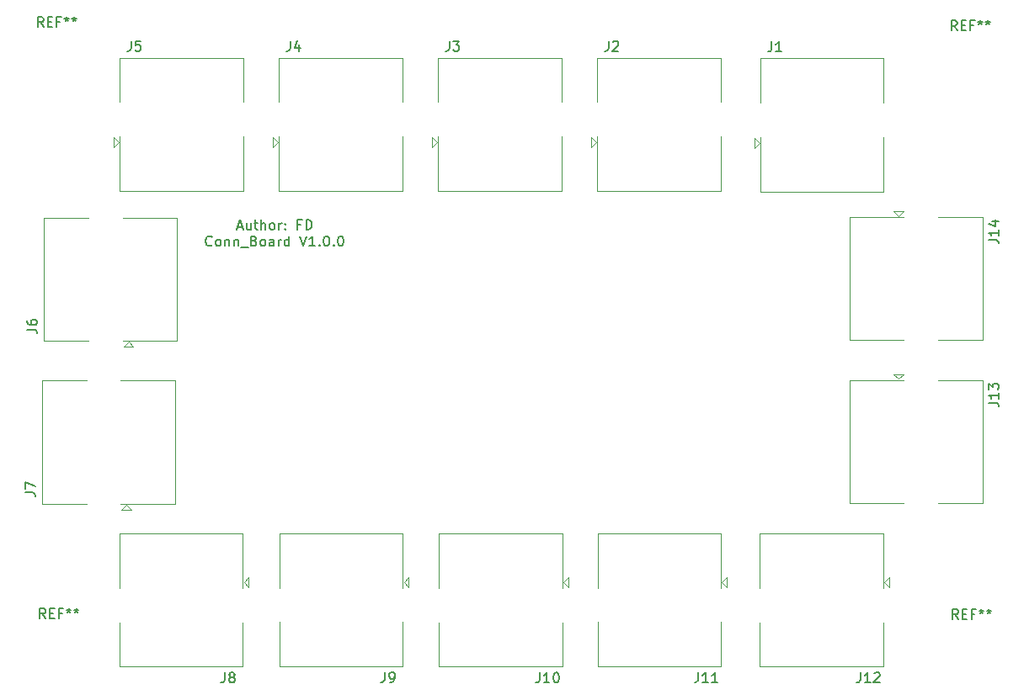
<source format=gto>
G04 #@! TF.GenerationSoftware,KiCad,Pcbnew,5.1.10-88a1d61d58~90~ubuntu20.04.1*
G04 #@! TF.CreationDate,2021-11-04T14:27:27-04:00*
G04 #@! TF.ProjectId,OMC_CONNECTION_BOARD,4f4d435f-434f-44e4-9e45-4354494f4e5f,rev?*
G04 #@! TF.SameCoordinates,Original*
G04 #@! TF.FileFunction,Legend,Top*
G04 #@! TF.FilePolarity,Positive*
%FSLAX46Y46*%
G04 Gerber Fmt 4.6, Leading zero omitted, Abs format (unit mm)*
G04 Created by KiCad (PCBNEW 5.1.10-88a1d61d58~90~ubuntu20.04.1) date 2021-11-04 14:27:27*
%MOMM*%
%LPD*%
G01*
G04 APERTURE LIST*
%ADD10C,0.150000*%
%ADD11C,0.120000*%
%ADD12C,1.500000*%
%ADD13C,2.300000*%
%ADD14R,1.500000X1.500000*%
%ADD15C,3.200000*%
G04 APERTURE END LIST*
D10*
X142961904Y-62511666D02*
X143438095Y-62511666D01*
X142866666Y-62797380D02*
X143200000Y-61797380D01*
X143533333Y-62797380D01*
X144295238Y-62130714D02*
X144295238Y-62797380D01*
X143866666Y-62130714D02*
X143866666Y-62654523D01*
X143914285Y-62749761D01*
X144009523Y-62797380D01*
X144152380Y-62797380D01*
X144247619Y-62749761D01*
X144295238Y-62702142D01*
X144628571Y-62130714D02*
X145009523Y-62130714D01*
X144771428Y-61797380D02*
X144771428Y-62654523D01*
X144819047Y-62749761D01*
X144914285Y-62797380D01*
X145009523Y-62797380D01*
X145342857Y-62797380D02*
X145342857Y-61797380D01*
X145771428Y-62797380D02*
X145771428Y-62273571D01*
X145723809Y-62178333D01*
X145628571Y-62130714D01*
X145485714Y-62130714D01*
X145390476Y-62178333D01*
X145342857Y-62225952D01*
X146390476Y-62797380D02*
X146295238Y-62749761D01*
X146247619Y-62702142D01*
X146200000Y-62606904D01*
X146200000Y-62321190D01*
X146247619Y-62225952D01*
X146295238Y-62178333D01*
X146390476Y-62130714D01*
X146533333Y-62130714D01*
X146628571Y-62178333D01*
X146676190Y-62225952D01*
X146723809Y-62321190D01*
X146723809Y-62606904D01*
X146676190Y-62702142D01*
X146628571Y-62749761D01*
X146533333Y-62797380D01*
X146390476Y-62797380D01*
X147152380Y-62797380D02*
X147152380Y-62130714D01*
X147152380Y-62321190D02*
X147200000Y-62225952D01*
X147247619Y-62178333D01*
X147342857Y-62130714D01*
X147438095Y-62130714D01*
X147771428Y-62702142D02*
X147819047Y-62749761D01*
X147771428Y-62797380D01*
X147723809Y-62749761D01*
X147771428Y-62702142D01*
X147771428Y-62797380D01*
X147771428Y-62178333D02*
X147819047Y-62225952D01*
X147771428Y-62273571D01*
X147723809Y-62225952D01*
X147771428Y-62178333D01*
X147771428Y-62273571D01*
X149342857Y-62273571D02*
X149009523Y-62273571D01*
X149009523Y-62797380D02*
X149009523Y-61797380D01*
X149485714Y-61797380D01*
X149866666Y-62797380D02*
X149866666Y-61797380D01*
X150104761Y-61797380D01*
X150247619Y-61845000D01*
X150342857Y-61940238D01*
X150390476Y-62035476D01*
X150438095Y-62225952D01*
X150438095Y-62368809D01*
X150390476Y-62559285D01*
X150342857Y-62654523D01*
X150247619Y-62749761D01*
X150104761Y-62797380D01*
X149866666Y-62797380D01*
X140390476Y-64352142D02*
X140342857Y-64399761D01*
X140200000Y-64447380D01*
X140104761Y-64447380D01*
X139961904Y-64399761D01*
X139866666Y-64304523D01*
X139819047Y-64209285D01*
X139771428Y-64018809D01*
X139771428Y-63875952D01*
X139819047Y-63685476D01*
X139866666Y-63590238D01*
X139961904Y-63495000D01*
X140104761Y-63447380D01*
X140200000Y-63447380D01*
X140342857Y-63495000D01*
X140390476Y-63542619D01*
X140961904Y-64447380D02*
X140866666Y-64399761D01*
X140819047Y-64352142D01*
X140771428Y-64256904D01*
X140771428Y-63971190D01*
X140819047Y-63875952D01*
X140866666Y-63828333D01*
X140961904Y-63780714D01*
X141104761Y-63780714D01*
X141200000Y-63828333D01*
X141247619Y-63875952D01*
X141295238Y-63971190D01*
X141295238Y-64256904D01*
X141247619Y-64352142D01*
X141200000Y-64399761D01*
X141104761Y-64447380D01*
X140961904Y-64447380D01*
X141723809Y-63780714D02*
X141723809Y-64447380D01*
X141723809Y-63875952D02*
X141771428Y-63828333D01*
X141866666Y-63780714D01*
X142009523Y-63780714D01*
X142104761Y-63828333D01*
X142152380Y-63923571D01*
X142152380Y-64447380D01*
X142628571Y-63780714D02*
X142628571Y-64447380D01*
X142628571Y-63875952D02*
X142676190Y-63828333D01*
X142771428Y-63780714D01*
X142914285Y-63780714D01*
X143009523Y-63828333D01*
X143057142Y-63923571D01*
X143057142Y-64447380D01*
X143295238Y-64542619D02*
X144057142Y-64542619D01*
X144628571Y-63923571D02*
X144771428Y-63971190D01*
X144819047Y-64018809D01*
X144866666Y-64114047D01*
X144866666Y-64256904D01*
X144819047Y-64352142D01*
X144771428Y-64399761D01*
X144676190Y-64447380D01*
X144295238Y-64447380D01*
X144295238Y-63447380D01*
X144628571Y-63447380D01*
X144723809Y-63495000D01*
X144771428Y-63542619D01*
X144819047Y-63637857D01*
X144819047Y-63733095D01*
X144771428Y-63828333D01*
X144723809Y-63875952D01*
X144628571Y-63923571D01*
X144295238Y-63923571D01*
X145438095Y-64447380D02*
X145342857Y-64399761D01*
X145295238Y-64352142D01*
X145247619Y-64256904D01*
X145247619Y-63971190D01*
X145295238Y-63875952D01*
X145342857Y-63828333D01*
X145438095Y-63780714D01*
X145580952Y-63780714D01*
X145676190Y-63828333D01*
X145723809Y-63875952D01*
X145771428Y-63971190D01*
X145771428Y-64256904D01*
X145723809Y-64352142D01*
X145676190Y-64399761D01*
X145580952Y-64447380D01*
X145438095Y-64447380D01*
X146628571Y-64447380D02*
X146628571Y-63923571D01*
X146580952Y-63828333D01*
X146485714Y-63780714D01*
X146295238Y-63780714D01*
X146200000Y-63828333D01*
X146628571Y-64399761D02*
X146533333Y-64447380D01*
X146295238Y-64447380D01*
X146200000Y-64399761D01*
X146152380Y-64304523D01*
X146152380Y-64209285D01*
X146200000Y-64114047D01*
X146295238Y-64066428D01*
X146533333Y-64066428D01*
X146628571Y-64018809D01*
X147104761Y-64447380D02*
X147104761Y-63780714D01*
X147104761Y-63971190D02*
X147152380Y-63875952D01*
X147200000Y-63828333D01*
X147295238Y-63780714D01*
X147390476Y-63780714D01*
X148152380Y-64447380D02*
X148152380Y-63447380D01*
X148152380Y-64399761D02*
X148057142Y-64447380D01*
X147866666Y-64447380D01*
X147771428Y-64399761D01*
X147723809Y-64352142D01*
X147676190Y-64256904D01*
X147676190Y-63971190D01*
X147723809Y-63875952D01*
X147771428Y-63828333D01*
X147866666Y-63780714D01*
X148057142Y-63780714D01*
X148152380Y-63828333D01*
X149247619Y-63447380D02*
X149580952Y-64447380D01*
X149914285Y-63447380D01*
X150771428Y-64447380D02*
X150200000Y-64447380D01*
X150485714Y-64447380D02*
X150485714Y-63447380D01*
X150390476Y-63590238D01*
X150295238Y-63685476D01*
X150200000Y-63733095D01*
X151200000Y-64352142D02*
X151247619Y-64399761D01*
X151200000Y-64447380D01*
X151152380Y-64399761D01*
X151200000Y-64352142D01*
X151200000Y-64447380D01*
X151866666Y-63447380D02*
X151961904Y-63447380D01*
X152057142Y-63495000D01*
X152104761Y-63542619D01*
X152152380Y-63637857D01*
X152200000Y-63828333D01*
X152200000Y-64066428D01*
X152152380Y-64256904D01*
X152104761Y-64352142D01*
X152057142Y-64399761D01*
X151961904Y-64447380D01*
X151866666Y-64447380D01*
X151771428Y-64399761D01*
X151723809Y-64352142D01*
X151676190Y-64256904D01*
X151628571Y-64066428D01*
X151628571Y-63828333D01*
X151676190Y-63637857D01*
X151723809Y-63542619D01*
X151771428Y-63495000D01*
X151866666Y-63447380D01*
X152628571Y-64352142D02*
X152676190Y-64399761D01*
X152628571Y-64447380D01*
X152580952Y-64399761D01*
X152628571Y-64352142D01*
X152628571Y-64447380D01*
X153295238Y-63447380D02*
X153390476Y-63447380D01*
X153485714Y-63495000D01*
X153533333Y-63542619D01*
X153580952Y-63637857D01*
X153628571Y-63828333D01*
X153628571Y-64066428D01*
X153580952Y-64256904D01*
X153533333Y-64352142D01*
X153485714Y-64399761D01*
X153390476Y-64447380D01*
X153295238Y-64447380D01*
X153200000Y-64399761D01*
X153152380Y-64352142D01*
X153104761Y-64256904D01*
X153057142Y-64066428D01*
X153057142Y-63828333D01*
X153104761Y-63637857D01*
X153152380Y-63542619D01*
X153200000Y-63495000D01*
X153295238Y-63447380D01*
D11*
X146520000Y-54500000D02*
X146520000Y-53500000D01*
X147020000Y-54000000D02*
X146520000Y-54500000D01*
X146520000Y-53500000D02*
X147020000Y-54000000D01*
X159530000Y-53430000D02*
X159530000Y-58900000D01*
X159530000Y-45500000D02*
X159530000Y-49970000D01*
X147130000Y-45500000D02*
X159530000Y-45500000D01*
X147130000Y-45500000D02*
X147130000Y-49970000D01*
X147130000Y-58900000D02*
X147130000Y-53430000D01*
X159530000Y-58900000D02*
X147130000Y-58900000D01*
X208900000Y-77320000D02*
X209900000Y-77320000D01*
X209400000Y-77820000D02*
X208900000Y-77320000D01*
X209900000Y-77320000D02*
X209400000Y-77820000D01*
X209970000Y-90330000D02*
X204500000Y-90330000D01*
X217900000Y-90330000D02*
X213430000Y-90330000D01*
X217900000Y-77930000D02*
X217900000Y-90330000D01*
X217900000Y-77930000D02*
X213430000Y-77930000D01*
X204500000Y-77930000D02*
X209970000Y-77930000D01*
X204500000Y-90330000D02*
X204500000Y-77930000D01*
X131090000Y-93380000D02*
X143490000Y-93380000D01*
X143490000Y-93380000D02*
X143490000Y-98850000D01*
X143490000Y-106780000D02*
X143490000Y-102310000D01*
X143490000Y-106780000D02*
X131090000Y-106780000D01*
X131090000Y-106780000D02*
X131090000Y-102310000D01*
X131090000Y-98850000D02*
X131090000Y-93380000D01*
X144100000Y-98780000D02*
X143600000Y-98280000D01*
X143600000Y-98280000D02*
X144100000Y-97780000D01*
X144100000Y-97780000D02*
X144100000Y-98780000D01*
X207930000Y-58950000D02*
X195530000Y-58950000D01*
X195530000Y-58950000D02*
X195530000Y-53480000D01*
X195530000Y-45550000D02*
X195530000Y-50020000D01*
X195530000Y-45550000D02*
X207930000Y-45550000D01*
X207930000Y-45550000D02*
X207930000Y-50020000D01*
X207930000Y-53480000D02*
X207930000Y-58950000D01*
X194920000Y-53550000D02*
X195420000Y-54050000D01*
X195420000Y-54050000D02*
X194920000Y-54550000D01*
X194920000Y-54550000D02*
X194920000Y-53550000D01*
X178520000Y-54500000D02*
X178520000Y-53500000D01*
X179020000Y-54000000D02*
X178520000Y-54500000D01*
X178520000Y-53500000D02*
X179020000Y-54000000D01*
X191530000Y-53430000D02*
X191530000Y-58900000D01*
X191530000Y-45500000D02*
X191530000Y-49970000D01*
X179130000Y-45500000D02*
X191530000Y-45500000D01*
X179130000Y-45500000D02*
X179130000Y-49970000D01*
X179130000Y-58900000D02*
X179130000Y-53430000D01*
X191530000Y-58900000D02*
X179130000Y-58900000D01*
X175530000Y-58900000D02*
X163130000Y-58900000D01*
X163130000Y-58900000D02*
X163130000Y-53430000D01*
X163130000Y-45500000D02*
X163130000Y-49970000D01*
X163130000Y-45500000D02*
X175530000Y-45500000D01*
X175530000Y-45500000D02*
X175530000Y-49970000D01*
X175530000Y-53430000D02*
X175530000Y-58900000D01*
X162520000Y-53500000D02*
X163020000Y-54000000D01*
X163020000Y-54000000D02*
X162520000Y-54500000D01*
X162520000Y-54500000D02*
X162520000Y-53500000D01*
X143530000Y-58900000D02*
X131130000Y-58900000D01*
X131130000Y-58900000D02*
X131130000Y-53430000D01*
X131130000Y-45500000D02*
X131130000Y-49970000D01*
X131130000Y-45500000D02*
X143530000Y-45500000D01*
X143530000Y-45500000D02*
X143530000Y-49970000D01*
X143530000Y-53430000D02*
X143530000Y-58900000D01*
X130520000Y-53500000D02*
X131020000Y-54000000D01*
X131020000Y-54000000D02*
X130520000Y-54500000D01*
X130520000Y-54500000D02*
X130520000Y-53500000D01*
X132500000Y-74580000D02*
X131500000Y-74580000D01*
X132000000Y-74080000D02*
X132500000Y-74580000D01*
X131500000Y-74580000D02*
X132000000Y-74080000D01*
X131430000Y-61570000D02*
X136900000Y-61570000D01*
X123500000Y-61570000D02*
X127970000Y-61570000D01*
X123500000Y-73970000D02*
X123500000Y-61570000D01*
X123500000Y-73970000D02*
X127970000Y-73970000D01*
X136900000Y-73970000D02*
X131430000Y-73970000D01*
X136900000Y-61570000D02*
X136900000Y-73970000D01*
X132300000Y-90980000D02*
X131300000Y-90980000D01*
X131800000Y-90480000D02*
X132300000Y-90980000D01*
X131300000Y-90980000D02*
X131800000Y-90480000D01*
X131230000Y-77970000D02*
X136700000Y-77970000D01*
X123300000Y-77970000D02*
X127770000Y-77970000D01*
X123300000Y-90370000D02*
X123300000Y-77970000D01*
X123300000Y-90370000D02*
X127770000Y-90370000D01*
X136700000Y-90370000D02*
X131230000Y-90370000D01*
X136700000Y-77970000D02*
X136700000Y-90370000D01*
X160190000Y-97760000D02*
X160190000Y-98760000D01*
X159690000Y-98260000D02*
X160190000Y-97760000D01*
X160190000Y-98760000D02*
X159690000Y-98260000D01*
X147180000Y-98830000D02*
X147180000Y-93360000D01*
X147180000Y-106760000D02*
X147180000Y-102290000D01*
X159580000Y-106760000D02*
X147180000Y-106760000D01*
X159580000Y-106760000D02*
X159580000Y-102290000D01*
X159580000Y-93360000D02*
X159580000Y-98830000D01*
X147180000Y-93360000D02*
X159580000Y-93360000D01*
X163210000Y-93380000D02*
X175610000Y-93380000D01*
X175610000Y-93380000D02*
X175610000Y-98850000D01*
X175610000Y-106780000D02*
X175610000Y-102310000D01*
X175610000Y-106780000D02*
X163210000Y-106780000D01*
X163210000Y-106780000D02*
X163210000Y-102310000D01*
X163210000Y-98850000D02*
X163210000Y-93380000D01*
X176220000Y-98780000D02*
X175720000Y-98280000D01*
X175720000Y-98280000D02*
X176220000Y-97780000D01*
X176220000Y-97780000D02*
X176220000Y-98780000D01*
X192180000Y-97760000D02*
X192180000Y-98760000D01*
X191680000Y-98260000D02*
X192180000Y-97760000D01*
X192180000Y-98760000D02*
X191680000Y-98260000D01*
X179170000Y-98830000D02*
X179170000Y-93360000D01*
X179170000Y-106760000D02*
X179170000Y-102290000D01*
X191570000Y-106760000D02*
X179170000Y-106760000D01*
X191570000Y-106760000D02*
X191570000Y-102290000D01*
X191570000Y-93360000D02*
X191570000Y-98830000D01*
X179170000Y-93360000D02*
X191570000Y-93360000D01*
X195470000Y-93370000D02*
X207870000Y-93370000D01*
X207870000Y-93370000D02*
X207870000Y-98840000D01*
X207870000Y-106770000D02*
X207870000Y-102300000D01*
X207870000Y-106770000D02*
X195470000Y-106770000D01*
X195470000Y-106770000D02*
X195470000Y-102300000D01*
X195470000Y-98840000D02*
X195470000Y-93370000D01*
X208480000Y-98770000D02*
X207980000Y-98270000D01*
X207980000Y-98270000D02*
X208480000Y-97770000D01*
X208480000Y-97770000D02*
X208480000Y-98770000D01*
X204500000Y-73930000D02*
X204500000Y-61530000D01*
X204500000Y-61530000D02*
X209970000Y-61530000D01*
X217900000Y-61530000D02*
X213430000Y-61530000D01*
X217900000Y-61530000D02*
X217900000Y-73930000D01*
X217900000Y-73930000D02*
X213430000Y-73930000D01*
X209970000Y-73930000D02*
X204500000Y-73930000D01*
X209900000Y-60920000D02*
X209400000Y-61420000D01*
X209400000Y-61420000D02*
X208900000Y-60920000D01*
X208900000Y-60920000D02*
X209900000Y-60920000D01*
D10*
X148266666Y-43812380D02*
X148266666Y-44526666D01*
X148219047Y-44669523D01*
X148123809Y-44764761D01*
X147980952Y-44812380D01*
X147885714Y-44812380D01*
X149171428Y-44145714D02*
X149171428Y-44812380D01*
X148933333Y-43764761D02*
X148695238Y-44479047D01*
X149314285Y-44479047D01*
X218492380Y-80209523D02*
X219206666Y-80209523D01*
X219349523Y-80257142D01*
X219444761Y-80352380D01*
X219492380Y-80495238D01*
X219492380Y-80590476D01*
X219492380Y-79209523D02*
X219492380Y-79780952D01*
X219492380Y-79495238D02*
X218492380Y-79495238D01*
X218635238Y-79590476D01*
X218730476Y-79685714D01*
X218778095Y-79780952D01*
X218492380Y-78876190D02*
X218492380Y-78257142D01*
X218873333Y-78590476D01*
X218873333Y-78447619D01*
X218920952Y-78352380D01*
X218968571Y-78304761D01*
X219063809Y-78257142D01*
X219301904Y-78257142D01*
X219397142Y-78304761D01*
X219444761Y-78352380D01*
X219492380Y-78447619D01*
X219492380Y-78733333D01*
X219444761Y-78828571D01*
X219397142Y-78876190D01*
X215416666Y-102002380D02*
X215083333Y-101526190D01*
X214845238Y-102002380D02*
X214845238Y-101002380D01*
X215226190Y-101002380D01*
X215321428Y-101050000D01*
X215369047Y-101097619D01*
X215416666Y-101192857D01*
X215416666Y-101335714D01*
X215369047Y-101430952D01*
X215321428Y-101478571D01*
X215226190Y-101526190D01*
X214845238Y-101526190D01*
X215845238Y-101478571D02*
X216178571Y-101478571D01*
X216321428Y-102002380D02*
X215845238Y-102002380D01*
X215845238Y-101002380D01*
X216321428Y-101002380D01*
X217083333Y-101478571D02*
X216750000Y-101478571D01*
X216750000Y-102002380D02*
X216750000Y-101002380D01*
X217226190Y-101002380D01*
X217750000Y-101002380D02*
X217750000Y-101240476D01*
X217511904Y-101145238D02*
X217750000Y-101240476D01*
X217988095Y-101145238D01*
X217607142Y-101430952D02*
X217750000Y-101240476D01*
X217892857Y-101430952D01*
X218511904Y-101002380D02*
X218511904Y-101240476D01*
X218273809Y-101145238D02*
X218511904Y-101240476D01*
X218750000Y-101145238D01*
X218369047Y-101430952D02*
X218511904Y-101240476D01*
X218654761Y-101430952D01*
X123666666Y-101902380D02*
X123333333Y-101426190D01*
X123095238Y-101902380D02*
X123095238Y-100902380D01*
X123476190Y-100902380D01*
X123571428Y-100950000D01*
X123619047Y-100997619D01*
X123666666Y-101092857D01*
X123666666Y-101235714D01*
X123619047Y-101330952D01*
X123571428Y-101378571D01*
X123476190Y-101426190D01*
X123095238Y-101426190D01*
X124095238Y-101378571D02*
X124428571Y-101378571D01*
X124571428Y-101902380D02*
X124095238Y-101902380D01*
X124095238Y-100902380D01*
X124571428Y-100902380D01*
X125333333Y-101378571D02*
X125000000Y-101378571D01*
X125000000Y-101902380D02*
X125000000Y-100902380D01*
X125476190Y-100902380D01*
X126000000Y-100902380D02*
X126000000Y-101140476D01*
X125761904Y-101045238D02*
X126000000Y-101140476D01*
X126238095Y-101045238D01*
X125857142Y-101330952D02*
X126000000Y-101140476D01*
X126142857Y-101330952D01*
X126761904Y-100902380D02*
X126761904Y-101140476D01*
X126523809Y-101045238D02*
X126761904Y-101140476D01*
X127000000Y-101045238D01*
X126619047Y-101330952D02*
X126761904Y-101140476D01*
X126904761Y-101330952D01*
X123466666Y-42402380D02*
X123133333Y-41926190D01*
X122895238Y-42402380D02*
X122895238Y-41402380D01*
X123276190Y-41402380D01*
X123371428Y-41450000D01*
X123419047Y-41497619D01*
X123466666Y-41592857D01*
X123466666Y-41735714D01*
X123419047Y-41830952D01*
X123371428Y-41878571D01*
X123276190Y-41926190D01*
X122895238Y-41926190D01*
X123895238Y-41878571D02*
X124228571Y-41878571D01*
X124371428Y-42402380D02*
X123895238Y-42402380D01*
X123895238Y-41402380D01*
X124371428Y-41402380D01*
X125133333Y-41878571D02*
X124800000Y-41878571D01*
X124800000Y-42402380D02*
X124800000Y-41402380D01*
X125276190Y-41402380D01*
X125800000Y-41402380D02*
X125800000Y-41640476D01*
X125561904Y-41545238D02*
X125800000Y-41640476D01*
X126038095Y-41545238D01*
X125657142Y-41830952D02*
X125800000Y-41640476D01*
X125942857Y-41830952D01*
X126561904Y-41402380D02*
X126561904Y-41640476D01*
X126323809Y-41545238D02*
X126561904Y-41640476D01*
X126800000Y-41545238D01*
X126419047Y-41830952D02*
X126561904Y-41640476D01*
X126704761Y-41830952D01*
X215316666Y-42752380D02*
X214983333Y-42276190D01*
X214745238Y-42752380D02*
X214745238Y-41752380D01*
X215126190Y-41752380D01*
X215221428Y-41800000D01*
X215269047Y-41847619D01*
X215316666Y-41942857D01*
X215316666Y-42085714D01*
X215269047Y-42180952D01*
X215221428Y-42228571D01*
X215126190Y-42276190D01*
X214745238Y-42276190D01*
X215745238Y-42228571D02*
X216078571Y-42228571D01*
X216221428Y-42752380D02*
X215745238Y-42752380D01*
X215745238Y-41752380D01*
X216221428Y-41752380D01*
X216983333Y-42228571D02*
X216650000Y-42228571D01*
X216650000Y-42752380D02*
X216650000Y-41752380D01*
X217126190Y-41752380D01*
X217650000Y-41752380D02*
X217650000Y-41990476D01*
X217411904Y-41895238D02*
X217650000Y-41990476D01*
X217888095Y-41895238D01*
X217507142Y-42180952D02*
X217650000Y-41990476D01*
X217792857Y-42180952D01*
X218411904Y-41752380D02*
X218411904Y-41990476D01*
X218173809Y-41895238D02*
X218411904Y-41990476D01*
X218650000Y-41895238D01*
X218269047Y-42180952D02*
X218411904Y-41990476D01*
X218554761Y-42180952D01*
X141686666Y-107372380D02*
X141686666Y-108086666D01*
X141639047Y-108229523D01*
X141543809Y-108324761D01*
X141400952Y-108372380D01*
X141305714Y-108372380D01*
X142305714Y-107800952D02*
X142210476Y-107753333D01*
X142162857Y-107705714D01*
X142115238Y-107610476D01*
X142115238Y-107562857D01*
X142162857Y-107467619D01*
X142210476Y-107420000D01*
X142305714Y-107372380D01*
X142496190Y-107372380D01*
X142591428Y-107420000D01*
X142639047Y-107467619D01*
X142686666Y-107562857D01*
X142686666Y-107610476D01*
X142639047Y-107705714D01*
X142591428Y-107753333D01*
X142496190Y-107800952D01*
X142305714Y-107800952D01*
X142210476Y-107848571D01*
X142162857Y-107896190D01*
X142115238Y-107991428D01*
X142115238Y-108181904D01*
X142162857Y-108277142D01*
X142210476Y-108324761D01*
X142305714Y-108372380D01*
X142496190Y-108372380D01*
X142591428Y-108324761D01*
X142639047Y-108277142D01*
X142686666Y-108181904D01*
X142686666Y-107991428D01*
X142639047Y-107896190D01*
X142591428Y-107848571D01*
X142496190Y-107800952D01*
X196666666Y-43862380D02*
X196666666Y-44576666D01*
X196619047Y-44719523D01*
X196523809Y-44814761D01*
X196380952Y-44862380D01*
X196285714Y-44862380D01*
X197666666Y-44862380D02*
X197095238Y-44862380D01*
X197380952Y-44862380D02*
X197380952Y-43862380D01*
X197285714Y-44005238D01*
X197190476Y-44100476D01*
X197095238Y-44148095D01*
X180266666Y-43812380D02*
X180266666Y-44526666D01*
X180219047Y-44669523D01*
X180123809Y-44764761D01*
X179980952Y-44812380D01*
X179885714Y-44812380D01*
X180695238Y-43907619D02*
X180742857Y-43860000D01*
X180838095Y-43812380D01*
X181076190Y-43812380D01*
X181171428Y-43860000D01*
X181219047Y-43907619D01*
X181266666Y-44002857D01*
X181266666Y-44098095D01*
X181219047Y-44240952D01*
X180647619Y-44812380D01*
X181266666Y-44812380D01*
X164266666Y-43812380D02*
X164266666Y-44526666D01*
X164219047Y-44669523D01*
X164123809Y-44764761D01*
X163980952Y-44812380D01*
X163885714Y-44812380D01*
X164647619Y-43812380D02*
X165266666Y-43812380D01*
X164933333Y-44193333D01*
X165076190Y-44193333D01*
X165171428Y-44240952D01*
X165219047Y-44288571D01*
X165266666Y-44383809D01*
X165266666Y-44621904D01*
X165219047Y-44717142D01*
X165171428Y-44764761D01*
X165076190Y-44812380D01*
X164790476Y-44812380D01*
X164695238Y-44764761D01*
X164647619Y-44717142D01*
X132266666Y-43812380D02*
X132266666Y-44526666D01*
X132219047Y-44669523D01*
X132123809Y-44764761D01*
X131980952Y-44812380D01*
X131885714Y-44812380D01*
X133219047Y-43812380D02*
X132742857Y-43812380D01*
X132695238Y-44288571D01*
X132742857Y-44240952D01*
X132838095Y-44193333D01*
X133076190Y-44193333D01*
X133171428Y-44240952D01*
X133219047Y-44288571D01*
X133266666Y-44383809D01*
X133266666Y-44621904D01*
X133219047Y-44717142D01*
X133171428Y-44764761D01*
X133076190Y-44812380D01*
X132838095Y-44812380D01*
X132742857Y-44764761D01*
X132695238Y-44717142D01*
X121812380Y-72833333D02*
X122526666Y-72833333D01*
X122669523Y-72880952D01*
X122764761Y-72976190D01*
X122812380Y-73119047D01*
X122812380Y-73214285D01*
X121812380Y-71928571D02*
X121812380Y-72119047D01*
X121860000Y-72214285D01*
X121907619Y-72261904D01*
X122050476Y-72357142D01*
X122240952Y-72404761D01*
X122621904Y-72404761D01*
X122717142Y-72357142D01*
X122764761Y-72309523D01*
X122812380Y-72214285D01*
X122812380Y-72023809D01*
X122764761Y-71928571D01*
X122717142Y-71880952D01*
X122621904Y-71833333D01*
X122383809Y-71833333D01*
X122288571Y-71880952D01*
X122240952Y-71928571D01*
X122193333Y-72023809D01*
X122193333Y-72214285D01*
X122240952Y-72309523D01*
X122288571Y-72357142D01*
X122383809Y-72404761D01*
X121612380Y-89233333D02*
X122326666Y-89233333D01*
X122469523Y-89280952D01*
X122564761Y-89376190D01*
X122612380Y-89519047D01*
X122612380Y-89614285D01*
X121612380Y-88852380D02*
X121612380Y-88185714D01*
X122612380Y-88614285D01*
X157776666Y-107352380D02*
X157776666Y-108066666D01*
X157729047Y-108209523D01*
X157633809Y-108304761D01*
X157490952Y-108352380D01*
X157395714Y-108352380D01*
X158300476Y-108352380D02*
X158490952Y-108352380D01*
X158586190Y-108304761D01*
X158633809Y-108257142D01*
X158729047Y-108114285D01*
X158776666Y-107923809D01*
X158776666Y-107542857D01*
X158729047Y-107447619D01*
X158681428Y-107400000D01*
X158586190Y-107352380D01*
X158395714Y-107352380D01*
X158300476Y-107400000D01*
X158252857Y-107447619D01*
X158205238Y-107542857D01*
X158205238Y-107780952D01*
X158252857Y-107876190D01*
X158300476Y-107923809D01*
X158395714Y-107971428D01*
X158586190Y-107971428D01*
X158681428Y-107923809D01*
X158729047Y-107876190D01*
X158776666Y-107780952D01*
X173330476Y-107372380D02*
X173330476Y-108086666D01*
X173282857Y-108229523D01*
X173187619Y-108324761D01*
X173044761Y-108372380D01*
X172949523Y-108372380D01*
X174330476Y-108372380D02*
X173759047Y-108372380D01*
X174044761Y-108372380D02*
X174044761Y-107372380D01*
X173949523Y-107515238D01*
X173854285Y-107610476D01*
X173759047Y-107658095D01*
X174949523Y-107372380D02*
X175044761Y-107372380D01*
X175140000Y-107420000D01*
X175187619Y-107467619D01*
X175235238Y-107562857D01*
X175282857Y-107753333D01*
X175282857Y-107991428D01*
X175235238Y-108181904D01*
X175187619Y-108277142D01*
X175140000Y-108324761D01*
X175044761Y-108372380D01*
X174949523Y-108372380D01*
X174854285Y-108324761D01*
X174806666Y-108277142D01*
X174759047Y-108181904D01*
X174711428Y-107991428D01*
X174711428Y-107753333D01*
X174759047Y-107562857D01*
X174806666Y-107467619D01*
X174854285Y-107420000D01*
X174949523Y-107372380D01*
X189290476Y-107352380D02*
X189290476Y-108066666D01*
X189242857Y-108209523D01*
X189147619Y-108304761D01*
X189004761Y-108352380D01*
X188909523Y-108352380D01*
X190290476Y-108352380D02*
X189719047Y-108352380D01*
X190004761Y-108352380D02*
X190004761Y-107352380D01*
X189909523Y-107495238D01*
X189814285Y-107590476D01*
X189719047Y-107638095D01*
X191242857Y-108352380D02*
X190671428Y-108352380D01*
X190957142Y-108352380D02*
X190957142Y-107352380D01*
X190861904Y-107495238D01*
X190766666Y-107590476D01*
X190671428Y-107638095D01*
X205590476Y-107362380D02*
X205590476Y-108076666D01*
X205542857Y-108219523D01*
X205447619Y-108314761D01*
X205304761Y-108362380D01*
X205209523Y-108362380D01*
X206590476Y-108362380D02*
X206019047Y-108362380D01*
X206304761Y-108362380D02*
X206304761Y-107362380D01*
X206209523Y-107505238D01*
X206114285Y-107600476D01*
X206019047Y-107648095D01*
X206971428Y-107457619D02*
X207019047Y-107410000D01*
X207114285Y-107362380D01*
X207352380Y-107362380D01*
X207447619Y-107410000D01*
X207495238Y-107457619D01*
X207542857Y-107552857D01*
X207542857Y-107648095D01*
X207495238Y-107790952D01*
X206923809Y-108362380D01*
X207542857Y-108362380D01*
X218492380Y-63809523D02*
X219206666Y-63809523D01*
X219349523Y-63857142D01*
X219444761Y-63952380D01*
X219492380Y-64095238D01*
X219492380Y-64190476D01*
X219492380Y-62809523D02*
X219492380Y-63380952D01*
X219492380Y-63095238D02*
X218492380Y-63095238D01*
X218635238Y-63190476D01*
X218730476Y-63285714D01*
X218778095Y-63380952D01*
X218825714Y-61952380D02*
X219492380Y-61952380D01*
X218444761Y-62190476D02*
X219159047Y-62428571D01*
X219159047Y-61809523D01*
%LPC*%
D12*
X154860000Y-56540000D03*
D13*
X159330000Y-51700000D03*
D12*
X153840000Y-54000000D03*
X152820000Y-56540000D03*
D14*
X151800000Y-54000000D03*
D13*
X147330000Y-51700000D03*
D12*
X206860000Y-85660000D03*
D13*
X211700000Y-90130000D03*
D12*
X209400000Y-84640000D03*
X206860000Y-83620000D03*
D14*
X209400000Y-82600000D03*
D13*
X211700000Y-78130000D03*
D15*
X216750000Y-105750000D03*
X125000000Y-105650000D03*
X124800000Y-46150000D03*
X216650000Y-46500000D03*
D13*
X143290000Y-100580000D03*
D14*
X138820000Y-98280000D03*
D12*
X137800000Y-95740000D03*
X136780000Y-98280000D03*
D13*
X131290000Y-100580000D03*
D12*
X135760000Y-95740000D03*
D13*
X195730000Y-51750000D03*
D14*
X200200000Y-54050000D03*
D12*
X201220000Y-56590000D03*
X202240000Y-54050000D03*
D13*
X207730000Y-51750000D03*
D12*
X203260000Y-56590000D03*
X186860000Y-56540000D03*
D13*
X191330000Y-51700000D03*
D12*
X185840000Y-54000000D03*
X184820000Y-56540000D03*
D14*
X183800000Y-54000000D03*
D13*
X179330000Y-51700000D03*
X163330000Y-51700000D03*
D14*
X167800000Y-54000000D03*
D12*
X168820000Y-56540000D03*
X169840000Y-54000000D03*
D13*
X175330000Y-51700000D03*
D12*
X170860000Y-56540000D03*
D13*
X131330000Y-51700000D03*
D14*
X135800000Y-54000000D03*
D12*
X136820000Y-56540000D03*
X137840000Y-54000000D03*
D13*
X143330000Y-51700000D03*
D12*
X138860000Y-56540000D03*
X134540000Y-66240000D03*
D13*
X129700000Y-61770000D03*
D12*
X132000000Y-67260000D03*
X134540000Y-68280000D03*
D14*
X132000000Y-69300000D03*
D13*
X129700000Y-73770000D03*
D12*
X134340000Y-82640000D03*
D13*
X129500000Y-78170000D03*
D12*
X131800000Y-83660000D03*
X134340000Y-84680000D03*
D14*
X131800000Y-85700000D03*
D13*
X129500000Y-90170000D03*
D12*
X151850000Y-95720000D03*
D13*
X147380000Y-100560000D03*
D12*
X152870000Y-98260000D03*
X153890000Y-95720000D03*
D14*
X154910000Y-98260000D03*
D13*
X159380000Y-100560000D03*
X175410000Y-100580000D03*
D14*
X170940000Y-98280000D03*
D12*
X169920000Y-95740000D03*
X168900000Y-98280000D03*
D13*
X163410000Y-100580000D03*
D12*
X167880000Y-95740000D03*
X183840000Y-95720000D03*
D13*
X179370000Y-100560000D03*
D12*
X184860000Y-98260000D03*
X185880000Y-95720000D03*
D14*
X186900000Y-98260000D03*
D13*
X191370000Y-100560000D03*
X207670000Y-100570000D03*
D14*
X203200000Y-98270000D03*
D12*
X202180000Y-95730000D03*
X201160000Y-98270000D03*
D13*
X195670000Y-100570000D03*
D12*
X200140000Y-95730000D03*
D13*
X211700000Y-61730000D03*
D14*
X209400000Y-66200000D03*
D12*
X206860000Y-67220000D03*
X209400000Y-68240000D03*
D13*
X211700000Y-73730000D03*
D12*
X206860000Y-69260000D03*
M02*

</source>
